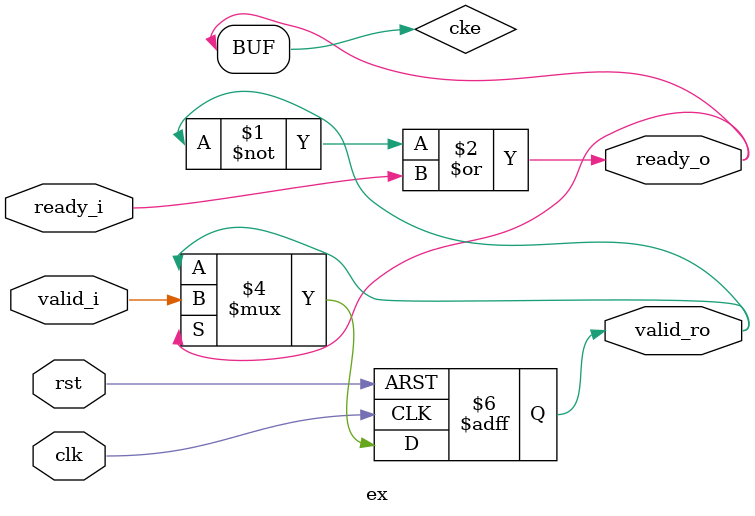
<source format=v>
module ex(
    input clk,
    input rst,

    // slave port
    //input  wire [7:0] s_data,
    input  wire       valid_i,
    output wire       ready_o,
    
    // master port
    //output reg  [7:0] m_data,
    output reg        valid_ro,
    input  wire       ready_i
);

wire cke = ~valid_ro | ready_i;

always @(posedge clk or posedge rst) begin
    if(rst)begin
        valid_ro <= 0;
    end
    else begin
        if(cke) begin
            valid_ro <= valid_i;
        end
    end
end

assign ready_o = cke;

endmodule
</source>
